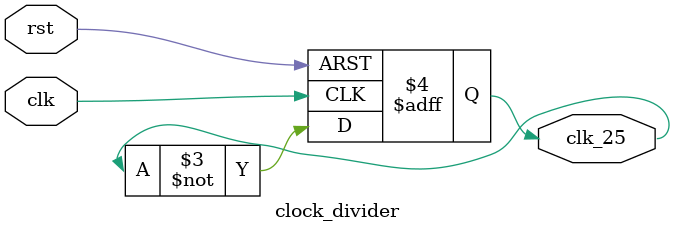
<source format=v>
module clock_divider(

	input clk, rst, 
	output reg clk_25
	
	);
	
	always @ (posedge clk or negedge rst)
	begin
		if (rst == 1'b0)
			clk_25 <= 1'b0;
		else 
			clk_25 <= ~clk_25;
	end
endmodule
</source>
